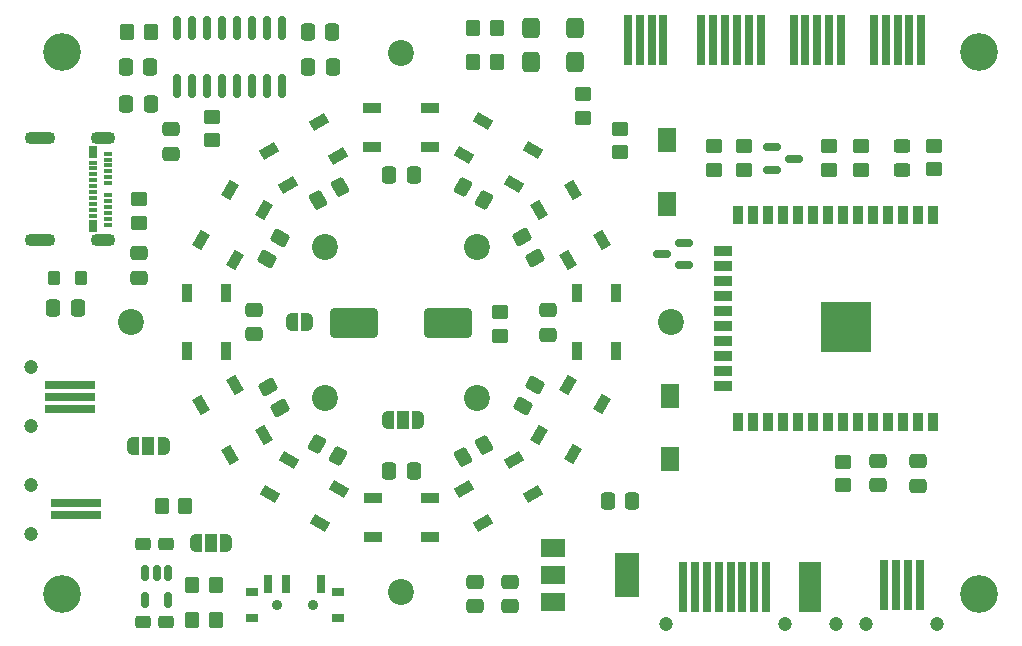
<source format=gbr>
%TF.GenerationSoftware,KiCad,Pcbnew,7.0.1*%
%TF.CreationDate,2023-03-18T00:09:11+00:00*%
%TF.ProjectId,ImogenWren,496d6f67-656e-4577-9265-6e2e6b696361,rev?*%
%TF.SameCoordinates,Original*%
%TF.FileFunction,Soldermask,Bot*%
%TF.FilePolarity,Negative*%
%FSLAX46Y46*%
G04 Gerber Fmt 4.6, Leading zero omitted, Abs format (unit mm)*
G04 Created by KiCad (PCBNEW 7.0.1) date 2023-03-18 00:09:11*
%MOMM*%
%LPD*%
G01*
G04 APERTURE LIST*
G04 Aperture macros list*
%AMRoundRect*
0 Rectangle with rounded corners*
0 $1 Rounding radius*
0 $2 $3 $4 $5 $6 $7 $8 $9 X,Y pos of 4 corners*
0 Add a 4 corners polygon primitive as box body*
4,1,4,$2,$3,$4,$5,$6,$7,$8,$9,$2,$3,0*
0 Add four circle primitives for the rounded corners*
1,1,$1+$1,$2,$3*
1,1,$1+$1,$4,$5*
1,1,$1+$1,$6,$7*
1,1,$1+$1,$8,$9*
0 Add four rect primitives between the rounded corners*
20,1,$1+$1,$2,$3,$4,$5,0*
20,1,$1+$1,$4,$5,$6,$7,0*
20,1,$1+$1,$6,$7,$8,$9,0*
20,1,$1+$1,$8,$9,$2,$3,0*%
%AMRotRect*
0 Rectangle, with rotation*
0 The origin of the aperture is its center*
0 $1 length*
0 $2 width*
0 $3 Rotation angle, in degrees counterclockwise*
0 Add horizontal line*
21,1,$1,$2,0,0,$3*%
%AMFreePoly0*
4,1,19,0.550000,-0.750000,0.000000,-0.750000,0.000000,-0.744911,-0.071157,-0.744911,-0.207708,-0.704816,-0.327430,-0.627875,-0.420627,-0.520320,-0.479746,-0.390866,-0.500000,-0.250000,-0.500000,0.250000,-0.479746,0.390866,-0.420627,0.520320,-0.327430,0.627875,-0.207708,0.704816,-0.071157,0.744911,0.000000,0.744911,0.000000,0.750000,0.550000,0.750000,0.550000,-0.750000,0.550000,-0.750000,
$1*%
%AMFreePoly1*
4,1,19,0.000000,0.744911,0.071157,0.744911,0.207708,0.704816,0.327430,0.627875,0.420627,0.520320,0.479746,0.390866,0.500000,0.250000,0.500000,-0.250000,0.479746,-0.390866,0.420627,-0.520320,0.327430,-0.627875,0.207708,-0.704816,0.071157,-0.744911,0.000000,-0.744911,0.000000,-0.750000,-0.550000,-0.750000,-0.550000,0.750000,0.000000,0.750000,0.000000,0.744911,0.000000,0.744911,
$1*%
%AMFreePoly2*
4,1,19,0.500000,-0.750000,0.000000,-0.750000,0.000000,-0.744911,-0.071157,-0.744911,-0.207708,-0.704816,-0.327430,-0.627875,-0.420627,-0.520320,-0.479746,-0.390866,-0.500000,-0.250000,-0.500000,0.250000,-0.479746,0.390866,-0.420627,0.520320,-0.327430,0.627875,-0.207708,0.704816,-0.071157,0.744911,0.000000,0.744911,0.000000,0.750000,0.500000,0.750000,0.500000,-0.750000,0.500000,-0.750000,
$1*%
%AMFreePoly3*
4,1,19,0.000000,0.744911,0.071157,0.744911,0.207708,0.704816,0.327430,0.627875,0.420627,0.520320,0.479746,0.390866,0.500000,0.250000,0.500000,-0.250000,0.479746,-0.390866,0.420627,-0.520320,0.327430,-0.627875,0.207708,-0.704816,0.071157,-0.744911,0.000000,-0.744911,0.000000,-0.750000,-0.500000,-0.750000,-0.500000,0.750000,0.000000,0.750000,0.000000,0.744911,0.000000,0.744911,
$1*%
G04 Aperture macros list end*
%ADD10C,1.200000*%
%ADD11R,0.700000X0.300000*%
%ADD12R,0.700000X1.000000*%
%ADD13O,2.100000X1.100000*%
%ADD14O,2.600000X1.100000*%
%ADD15C,2.200000*%
%ADD16C,3.200000*%
%ADD17RoundRect,0.250000X-0.475000X0.337500X-0.475000X-0.337500X0.475000X-0.337500X0.475000X0.337500X0*%
%ADD18R,0.700000X4.300000*%
%ADD19R,1.500000X0.900000*%
%ADD20RoundRect,0.250000X0.400000X0.275000X-0.400000X0.275000X-0.400000X-0.275000X0.400000X-0.275000X0*%
%ADD21RoundRect,0.250000X-0.275000X-0.350000X0.275000X-0.350000X0.275000X0.350000X-0.275000X0.350000X0*%
%ADD22RoundRect,0.250000X-0.450000X0.325000X-0.450000X-0.325000X0.450000X-0.325000X0.450000X0.325000X0*%
%ADD23RoundRect,0.250000X-0.337500X-0.475000X0.337500X-0.475000X0.337500X0.475000X-0.337500X0.475000X0*%
%ADD24RoundRect,0.150000X0.150000X-0.825000X0.150000X0.825000X-0.150000X0.825000X-0.150000X-0.825000X0*%
%ADD25FreePoly0,0.000000*%
%ADD26R,1.000000X1.500000*%
%ADD27FreePoly1,0.000000*%
%ADD28FreePoly0,180.000000*%
%ADD29FreePoly1,180.000000*%
%ADD30RotRect,1.500000X0.900000X150.000000*%
%ADD31RoundRect,0.250000X0.054784X0.580112X-0.529784X0.242612X-0.054784X-0.580112X0.529784X-0.242612X0*%
%ADD32R,0.900000X1.500000*%
%ADD33C,0.600000*%
%ADD34R,4.200000X4.200000*%
%ADD35RoundRect,0.250000X-0.350000X-0.450000X0.350000X-0.450000X0.350000X0.450000X-0.350000X0.450000X0*%
%ADD36RoundRect,0.250000X0.350000X0.450000X-0.350000X0.450000X-0.350000X-0.450000X0.350000X-0.450000X0*%
%ADD37RoundRect,0.250000X0.580112X-0.054784X0.242612X0.529784X-0.580112X0.054784X-0.242612X-0.529784X0*%
%ADD38RoundRect,0.284615X0.455385X0.565385X-0.455385X0.565385X-0.455385X-0.565385X0.455385X-0.565385X0*%
%ADD39RoundRect,0.286538X0.458462X0.563462X-0.458462X0.563462X-0.458462X-0.563462X0.458462X-0.563462X0*%
%ADD40RoundRect,0.250000X-0.450000X0.350000X-0.450000X-0.350000X0.450000X-0.350000X0.450000X0.350000X0*%
%ADD41RoundRect,0.250000X-0.580112X0.054784X-0.242612X-0.529784X0.580112X-0.054784X0.242612X0.529784X0*%
%ADD42RoundRect,0.250000X0.337500X0.475000X-0.337500X0.475000X-0.337500X-0.475000X0.337500X-0.475000X0*%
%ADD43FreePoly2,180.000000*%
%ADD44FreePoly3,180.000000*%
%ADD45RotRect,1.500000X0.900000X120.000000*%
%ADD46RotRect,1.500000X0.900000X60.000000*%
%ADD47R,4.300000X0.700000*%
%ADD48RotRect,1.500000X0.900000X300.000000*%
%ADD49R,2.000000X1.500000*%
%ADD50R,2.000000X3.800000*%
%ADD51RoundRect,0.250000X0.529784X0.242612X-0.054784X0.580112X-0.529784X-0.242612X0.054784X-0.580112X0*%
%ADD52RoundRect,0.250000X0.450000X-0.350000X0.450000X0.350000X-0.450000X0.350000X-0.450000X-0.350000X0*%
%ADD53RoundRect,0.250000X-0.529784X-0.242612X0.054784X-0.580112X0.529784X0.242612X-0.054784X0.580112X0*%
%ADD54RoundRect,0.250000X-1.750000X-1.000000X1.750000X-1.000000X1.750000X1.000000X-1.750000X1.000000X0*%
%ADD55RoundRect,0.150000X-0.587500X-0.150000X0.587500X-0.150000X0.587500X0.150000X-0.587500X0.150000X0*%
%ADD56R,1.000000X0.800000*%
%ADD57C,0.900000*%
%ADD58R,0.700000X1.500000*%
%ADD59RotRect,1.500000X0.900000X210.000000*%
%ADD60RotRect,1.500000X0.900000X30.000000*%
%ADD61RotRect,1.500000X0.900000X330.000000*%
%ADD62RoundRect,0.250000X0.242612X-0.529784X0.580112X0.054784X-0.242612X0.529784X-0.580112X-0.054784X0*%
%ADD63R,1.600000X2.000000*%
%ADD64RoundRect,0.250000X-0.054784X-0.580112X0.529784X-0.242612X0.054784X0.580112X-0.529784X0.242612X0*%
%ADD65RotRect,1.500000X0.900000X240.000000*%
%ADD66RoundRect,0.150000X0.587500X0.150000X-0.587500X0.150000X-0.587500X-0.150000X0.587500X-0.150000X0*%
%ADD67RoundRect,0.250000X-0.242612X0.529784X-0.580112X-0.054784X0.242612X-0.529784X0.580112X0.054784X0*%
%ADD68RoundRect,0.250000X0.475000X-0.337500X0.475000X0.337500X-0.475000X0.337500X-0.475000X-0.337500X0*%
%ADD69R,1.874000X4.300000*%
%ADD70RoundRect,0.150000X-0.150000X0.512500X-0.150000X-0.512500X0.150000X-0.512500X0.150000X0.512500X0*%
G04 APERTURE END LIST*
D10*
%TO.C,REF\u002A\u002A*%
X113000000Y-108500000D03*
%TD*%
%TO.C,REF\u002A\u002A*%
X181100000Y-120200000D03*
%TD*%
%TO.C,REF\u002A\u002A*%
X176800000Y-120200000D03*
%TD*%
%TO.C,REF\u002A\u002A*%
X113000000Y-103500000D03*
%TD*%
%TO.C,REF\u002A\u002A*%
X189700000Y-120200000D03*
%TD*%
%TO.C,REF\u002A\u002A*%
X113000000Y-112600000D03*
%TD*%
%TO.C,REF\u002A\u002A*%
X113000000Y-98500000D03*
%TD*%
%TO.C,REF\u002A\u002A*%
X166700000Y-120200000D03*
%TD*%
%TO.C,REF\u002A\u002A*%
X183700000Y-120200000D03*
%TD*%
D11*
%TO.C,J8*%
X119510000Y-86420000D03*
X119510000Y-85920000D03*
X119510000Y-85420000D03*
X119510000Y-84920000D03*
X119510000Y-84420000D03*
X119510000Y-83920000D03*
X119510000Y-82920000D03*
X119510000Y-82420000D03*
X119510000Y-81920000D03*
X119510000Y-81420000D03*
X119510000Y-80920000D03*
X119510000Y-80420000D03*
D12*
X118210000Y-80320000D03*
D11*
X118210000Y-81170000D03*
X118210000Y-81670000D03*
X118210000Y-82170000D03*
X118210000Y-82670000D03*
X118210000Y-83170000D03*
X118210000Y-83670000D03*
X118210000Y-84170000D03*
X118210000Y-84670000D03*
X118210000Y-85170000D03*
X118210000Y-85670000D03*
D12*
X118210000Y-86520000D03*
D13*
X119100000Y-87740000D03*
D14*
X113740000Y-87740000D03*
D13*
X119100000Y-79100000D03*
D14*
X113740000Y-79100000D03*
%TD*%
D15*
%TO.C,REF\u002A\u002A*%
X167122301Y-94654633D03*
%TD*%
%TO.C,REF\u002A\u002A*%
X144307482Y-117535144D03*
%TD*%
%TO.C,REF\u002A\u002A*%
X121460000Y-94670000D03*
%TD*%
%TO.C,REF\u002A\u002A*%
X144260000Y-71870000D03*
%TD*%
D16*
%TO.C,REF\u002A\u002A*%
X193226027Y-117666028D03*
X193190000Y-71790000D03*
X115575000Y-71790000D03*
X115570000Y-117700000D03*
%TD*%
D15*
%TO.C,REF\u002A\u002A*%
X150708000Y-101124000D03*
%TD*%
%TO.C,REF\u002A\u002A*%
X150698000Y-88284000D03*
%TD*%
%TO.C,REF\u002A\u002A*%
X137868000Y-88284000D03*
%TD*%
%TO.C,REF\u002A\u002A*%
X137878000Y-101114000D03*
%TD*%
D17*
%TO.C,C5*%
X188100000Y-106450000D03*
X188100000Y-108525000D03*
%TD*%
D18*
%TO.C,J7*%
X163500000Y-70820000D03*
X164500000Y-70820000D03*
X165500000Y-70820000D03*
X166500000Y-70820000D03*
%TD*%
D19*
%TO.C,WLED4*%
X146749000Y-76541000D03*
X146749000Y-79841000D03*
X141849000Y-79841000D03*
X141849000Y-76541000D03*
%TD*%
D20*
%TO.C,C25*%
X124400000Y-120100000D03*
X122450000Y-120100000D03*
%TD*%
D21*
%TO.C,FB1*%
X114891432Y-90933900D03*
X117191432Y-90933900D03*
%TD*%
D22*
%TO.C,D1*%
X186700000Y-79730000D03*
X186700000Y-81780000D03*
%TD*%
D23*
%TO.C,C9*%
X121000000Y-73100000D03*
X123075000Y-73100000D03*
%TD*%
D24*
%TO.C,U4*%
X134210000Y-74700000D03*
X132940000Y-74700000D03*
X131670000Y-74700000D03*
X130400000Y-74700000D03*
X129130000Y-74700000D03*
X127860000Y-74700000D03*
X126590000Y-74700000D03*
X125320000Y-74700000D03*
X125320000Y-69750000D03*
X126590000Y-69750000D03*
X127860000Y-69750000D03*
X129130000Y-69750000D03*
X130400000Y-69750000D03*
X131670000Y-69750000D03*
X132940000Y-69750000D03*
X134210000Y-69750000D03*
%TD*%
D25*
%TO.C,JP2*%
X121600000Y-105200000D03*
D26*
X122900000Y-105200000D03*
D27*
X124200000Y-105200000D03*
%TD*%
D28*
%TO.C,JP1*%
X129500000Y-113400000D03*
D26*
X128200000Y-113400000D03*
D29*
X126900000Y-113400000D03*
%TD*%
D30*
%TO.C,WLED3*%
X155490496Y-80139840D03*
X153840496Y-82997724D03*
X149596972Y-80547724D03*
X151246972Y-77689840D03*
%TD*%
D18*
%TO.C,J6*%
X168200000Y-117150000D03*
X169200000Y-117150000D03*
X170200000Y-117150000D03*
X171200000Y-117150000D03*
X172200000Y-117150000D03*
X173200000Y-117150000D03*
X174200000Y-117150000D03*
X175200000Y-117150000D03*
%TD*%
D31*
%TO.C,C17*%
X139093000Y-83270000D03*
X137295998Y-84307500D03*
%TD*%
D32*
%TO.C,U3*%
X189335000Y-103150000D03*
X188065000Y-103150000D03*
X186795000Y-103150000D03*
X185525000Y-103150000D03*
X184255000Y-103150000D03*
X182985000Y-103150000D03*
X181715000Y-103150000D03*
X180445000Y-103150000D03*
X179175000Y-103150000D03*
X177905000Y-103150000D03*
X176635000Y-103150000D03*
X175365000Y-103150000D03*
X174095000Y-103150000D03*
X172825000Y-103150000D03*
D19*
X171575000Y-100110000D03*
X171575000Y-98840000D03*
X171575000Y-97570000D03*
X171575000Y-96300000D03*
X171575000Y-95030000D03*
X171575000Y-93760000D03*
X171575000Y-92490000D03*
X171575000Y-91220000D03*
X171575000Y-89950000D03*
X171575000Y-88680000D03*
D32*
X172825000Y-85650000D03*
X174095000Y-85650000D03*
X175365000Y-85650000D03*
X176635000Y-85650000D03*
X177905000Y-85650000D03*
X179175000Y-85650000D03*
X180445000Y-85650000D03*
X181715000Y-85650000D03*
X182985000Y-85650000D03*
X184255000Y-85650000D03*
X185525000Y-85650000D03*
X186795000Y-85650000D03*
X188065000Y-85650000D03*
X189335000Y-85650000D03*
D33*
X181232500Y-96605000D03*
X182757500Y-96605000D03*
X180470000Y-95842500D03*
X181995000Y-95842500D03*
X183520000Y-95842500D03*
X181232500Y-95080000D03*
D34*
X181995000Y-95080000D03*
D33*
X182757500Y-95080000D03*
X180470000Y-94317500D03*
X181995000Y-94317500D03*
X183520000Y-94317500D03*
X181232500Y-93555000D03*
X182757500Y-93555000D03*
%TD*%
D35*
%TO.C,R2*%
X126600000Y-116900000D03*
X128600000Y-116900000D03*
%TD*%
D23*
%TO.C,C22*%
X143284000Y-107273000D03*
X145359000Y-107273000D03*
%TD*%
D36*
%TO.C,R5*%
X123100000Y-70100000D03*
X121100000Y-70100000D03*
%TD*%
D37*
%TO.C,C14*%
X155603000Y-89239000D03*
X154565500Y-87441998D03*
%TD*%
D20*
%TO.C,C26*%
X124400000Y-113500000D03*
X122450000Y-113500000D03*
%TD*%
D38*
%TO.C,D2*%
X158985000Y-72700000D03*
D39*
X155300000Y-72700000D03*
%TD*%
D40*
%TO.C,R10*%
X170800000Y-79800000D03*
X170800000Y-81800000D03*
%TD*%
D41*
%TO.C,C20*%
X132997000Y-100161000D03*
X134034500Y-101958002D03*
%TD*%
D42*
%TO.C,C10*%
X116937500Y-93500000D03*
X114862500Y-93500000D03*
%TD*%
D43*
%TO.C,JPw1*%
X136340000Y-94690000D03*
D44*
X135040000Y-94690000D03*
%TD*%
D45*
%TO.C,WLED2*%
X161291884Y-87768524D03*
X158434000Y-89418524D03*
X155984000Y-85175000D03*
X158841884Y-83525000D03*
%TD*%
D46*
%TO.C,WLED12*%
X158841884Y-105875000D03*
X155984000Y-104225000D03*
X158434000Y-99981476D03*
X161291884Y-101631476D03*
%TD*%
D42*
%TO.C,C3*%
X163875000Y-109800000D03*
X161800000Y-109800000D03*
%TD*%
D40*
%TO.C,R17*%
X181700000Y-106500000D03*
X181700000Y-108500000D03*
%TD*%
D18*
%TO.C,J9*%
X177530000Y-70820000D03*
X178530000Y-70820000D03*
X179530000Y-70820000D03*
X180530000Y-70820000D03*
X181530000Y-70820000D03*
%TD*%
D17*
%TO.C,C2*%
X153500000Y-116645000D03*
X153500000Y-118720000D03*
%TD*%
D47*
%TO.C,J1*%
X116762067Y-111030000D03*
X116762067Y-110030000D03*
%TD*%
D25*
%TO.C,JP3*%
X143150000Y-102992500D03*
D26*
X144450000Y-102992500D03*
D27*
X145750000Y-102992500D03*
%TD*%
D38*
%TO.C,D3*%
X158985000Y-69800000D03*
D39*
X155300000Y-69800000D03*
%TD*%
D17*
%TO.C,C1*%
X150590000Y-116645000D03*
X150590000Y-118720000D03*
%TD*%
D47*
%TO.C,J3*%
X116300000Y-102000000D03*
X116300000Y-101000000D03*
X116300000Y-100000000D03*
%TD*%
D23*
%TO.C,C8*%
X121025000Y-76200000D03*
X123100000Y-76200000D03*
%TD*%
D48*
%TO.C,WLED8*%
X127343745Y-101658238D03*
X130201629Y-100008238D03*
X132651629Y-104251762D03*
X129793745Y-105901762D03*
%TD*%
D40*
%TO.C,R12*%
X122100000Y-84300000D03*
X122100000Y-86300000D03*
%TD*%
D49*
%TO.C,U2*%
X157150000Y-118400000D03*
X157150000Y-116100000D03*
D50*
X163450000Y-116100000D03*
D49*
X157150000Y-113800000D03*
%TD*%
D17*
%TO.C,C19*%
X131854000Y-93641000D03*
X131854000Y-95716000D03*
%TD*%
D51*
%TO.C,C15*%
X151304002Y-84307500D03*
X149507000Y-83270000D03*
%TD*%
D17*
%TO.C,C4*%
X184700000Y-106400000D03*
X184700000Y-108475000D03*
%TD*%
D18*
%TO.C,J10*%
X188200000Y-116950000D03*
X187200000Y-116950000D03*
X186200000Y-116950000D03*
X185200000Y-116950000D03*
%TD*%
D52*
%TO.C,R8*%
X180500000Y-81800000D03*
X180500000Y-79800000D03*
%TD*%
D53*
%TO.C,C21*%
X137168998Y-104965500D03*
X138966000Y-106003000D03*
%TD*%
D54*
%TO.C,EC1*%
X140310000Y-94720000D03*
X148310000Y-94720000D03*
%TD*%
D35*
%TO.C,R15*%
X150400000Y-69800000D03*
X152400000Y-69800000D03*
%TD*%
D55*
%TO.C,Q2*%
X175662500Y-81783000D03*
X175662500Y-79883000D03*
X177537500Y-80833000D03*
%TD*%
D56*
%TO.C,SW1*%
X138950000Y-119730000D03*
X138950000Y-117520000D03*
D57*
X136800000Y-118630000D03*
X133800000Y-118630000D03*
D56*
X131650000Y-119730000D03*
X131650000Y-117520000D03*
D58*
X137550000Y-116870000D03*
X134550000Y-116870000D03*
X133050000Y-116870000D03*
%TD*%
D40*
%TO.C,R13*%
X162800000Y-78300000D03*
X162800000Y-80300000D03*
%TD*%
D35*
%TO.C,R3*%
X124020000Y-110220000D03*
X126020000Y-110220000D03*
%TD*%
D59*
%TO.C,WLED5*%
X137347044Y-77734102D03*
X138997044Y-80591986D03*
X134753520Y-83041986D03*
X133103520Y-80184102D03*
%TD*%
D60*
%TO.C,WLED11*%
X151232476Y-111654884D03*
X149582476Y-108797000D03*
X153826000Y-106347000D03*
X155476000Y-109204884D03*
%TD*%
D32*
%TO.C,WLED7*%
X126139000Y-92250000D03*
X129439000Y-92250000D03*
X129439000Y-97150000D03*
X126139000Y-97150000D03*
%TD*%
D61*
%TO.C,WLED9*%
X133159830Y-109209865D03*
X134809830Y-106351981D03*
X139053354Y-108801981D03*
X137403354Y-111659865D03*
%TD*%
D35*
%TO.C,R16*%
X150400000Y-72700000D03*
X152400000Y-72700000D03*
%TD*%
D62*
%TO.C,C24*%
X154587000Y-101812000D03*
X155624500Y-100014998D03*
%TD*%
D63*
%TO.C,SW3*%
X167050000Y-106300000D03*
X167050000Y-100900000D03*
%TD*%
D64*
%TO.C,C23*%
X149507000Y-106130000D03*
X151304002Y-105092500D03*
%TD*%
D65*
%TO.C,WLED6*%
X129795116Y-83508991D03*
X132653000Y-85158991D03*
X130203000Y-89402515D03*
X127345116Y-87752515D03*
%TD*%
D35*
%TO.C,R1*%
X126600000Y-119900000D03*
X128600000Y-119900000D03*
%TD*%
D63*
%TO.C,SW2*%
X166800000Y-84650000D03*
X166800000Y-79250000D03*
%TD*%
D66*
%TO.C,Q1*%
X168245000Y-87950000D03*
X168245000Y-89850000D03*
X166370000Y-88900000D03*
%TD*%
D18*
%TO.C,J4*%
X188330000Y-70811753D03*
X187330000Y-70811753D03*
X186330000Y-70811753D03*
X185330000Y-70811753D03*
X184330000Y-70811753D03*
%TD*%
D67*
%TO.C,C18*%
X134023750Y-87578499D03*
X132986250Y-89375501D03*
%TD*%
D52*
%TO.C,R6*%
X152710000Y-95820000D03*
X152710000Y-93820000D03*
%TD*%
D23*
%TO.C,C6*%
X136400000Y-70100000D03*
X138475000Y-70100000D03*
%TD*%
D68*
%TO.C,C13*%
X156746000Y-95737500D03*
X156746000Y-93662500D03*
%TD*%
D32*
%TO.C,WLED1*%
X162459000Y-97113000D03*
X159159000Y-97113000D03*
X159159000Y-92213000D03*
X162459000Y-92213000D03*
%TD*%
D23*
%TO.C,C7*%
X136450000Y-73050000D03*
X138525000Y-73050000D03*
%TD*%
D69*
%TO.C,J5*%
X178913000Y-117150000D03*
%TD*%
D68*
%TO.C,C11*%
X124800000Y-80437500D03*
X124800000Y-78362500D03*
%TD*%
D40*
%TO.C,R7*%
X189400000Y-79756000D03*
X189400000Y-81756000D03*
%TD*%
D42*
%TO.C,C16*%
X145359000Y-82254000D03*
X143284000Y-82254000D03*
%TD*%
D68*
%TO.C,C12*%
X122100000Y-90937500D03*
X122100000Y-88862500D03*
%TD*%
D19*
%TO.C,WLED10*%
X141887000Y-112859000D03*
X141887000Y-109559000D03*
X146787000Y-109559000D03*
X146787000Y-112859000D03*
%TD*%
D40*
%TO.C,R11*%
X173350000Y-79800000D03*
X173350000Y-81800000D03*
%TD*%
%TO.C,R14*%
X159700000Y-75400000D03*
X159700000Y-77400000D03*
%TD*%
D18*
%TO.C,J2*%
X169730000Y-70820000D03*
X170730000Y-70820000D03*
X171730000Y-70820000D03*
X172730000Y-70820000D03*
X173730000Y-70820000D03*
X174730000Y-70820000D03*
%TD*%
D70*
%TO.C,U1*%
X122650000Y-115900000D03*
X123600000Y-115900000D03*
X124550000Y-115900000D03*
X124550000Y-118175000D03*
X122650000Y-118175000D03*
%TD*%
D40*
%TO.C,R4*%
X128300000Y-77300000D03*
X128300000Y-79300000D03*
%TD*%
D52*
%TO.C,R9*%
X183261000Y-81788000D03*
X183261000Y-79788000D03*
%TD*%
M02*

</source>
